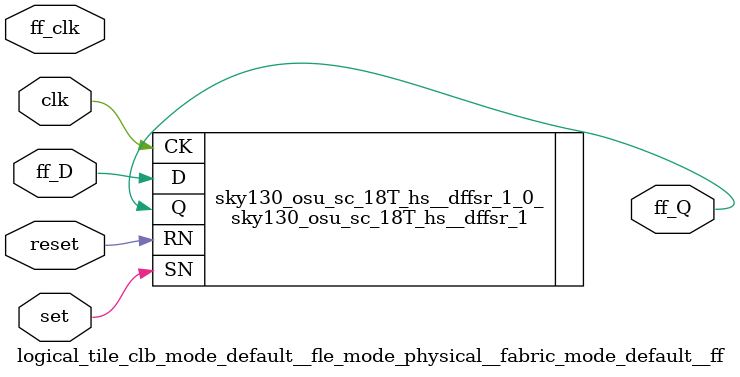
<source format=v>
`default_nettype none

module logical_tile_clb_mode_default__fle_mode_physical__fabric_mode_default__ff(set,
                                                                                 reset,
                                                                                 clk,
                                                                                 ff_D,
                                                                                 ff_Q,
                                                                                 ff_clk);
//----- GLOBAL PORTS -----
input [0:0] set;
//----- GLOBAL PORTS -----
input [0:0] reset;
//----- GLOBAL PORTS -----
input [0:0] clk;
//----- INPUT PORTS -----
input [0:0] ff_D;
//----- OUTPUT PORTS -----
output [0:0] ff_Q;
//----- CLOCK PORTS -----
input [0:0] ff_clk;

//----- BEGIN wire-connection ports -----
wire [0:0] ff_D;
wire [0:0] ff_Q;
wire [0:0] ff_clk;
//----- END wire-connection ports -----


//----- BEGIN Registered ports -----
//----- END Registered ports -----



// ----- BEGIN Local short connections -----
// ----- END Local short connections -----
// ----- BEGIN Local output short connections -----
// ----- END Local output short connections -----

	sky130_osu_sc_18T_hs__dffsr_1 sky130_osu_sc_18T_hs__dffsr_1_0_ (
		.SN(set),
		.RN(reset),
		.CK(clk),
		.D(ff_D),
		.Q(ff_Q));

endmodule
// ----- END Verilog module for logical_tile_clb_mode_default__fle_mode_physical__fabric_mode_default__ff -----

//----- Default net type -----
`default_nettype wire




</source>
